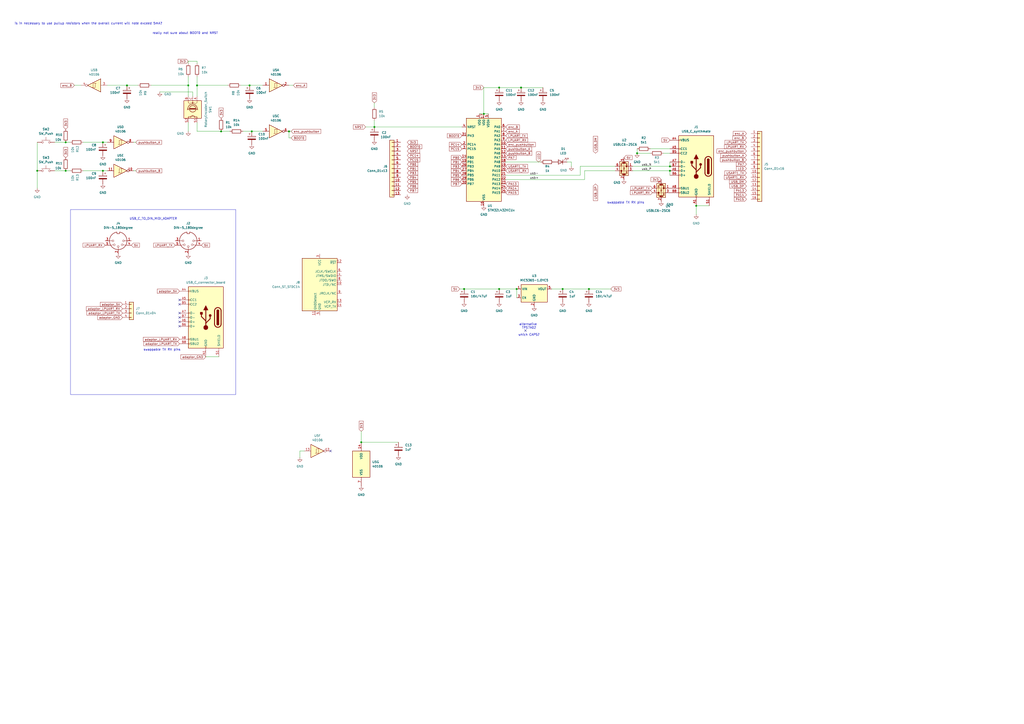
<source format=kicad_sch>
(kicad_sch (version 20250114) (generator "eeschema") (generator_version "9.0")
  (paper "A2")
  (rectangle (start 40.894 121.539) (end 136.779 228.854))
  (text "really not sure about BOOT0 and NRST\n\n" (at 107.442 20.32 0) (effects (font (size 1.27 1.27))))
  (text "swappable TX RX pins\n" (at 93.98 202.946 0) (effects (font (size 1.27 1.27))))
  (text "alternative \nTPS7A02\n\nwhich CAPS?\n" (at 306.832 191.262 0) (effects (font (size 1.27 1.27))))
  (text "is in necessary to use pullup resistors when the overall current will note exceed 5mA?\n" (at 51.308 13.716 0) (effects (font (size 1.27 1.27))))
  (text "USB_C_TO_DIN_MIDI_ADAPTER" (at 88.9 127 0) (effects (font (size 1.27 1.27))))
  (text "swappable TX RX pins\n" (at 362.966 117.602 0) (effects (font (size 1.27 1.27))))
  (junction (at 369.57 88.9))
  (junction (at 280.67 66.04))
  (junction (at 388.62 96.52))
  (junction (at 302.26 50.8))
  (junction (at 146.05 76.2))
  (junction (at 59.69 99.06))
  (junction (at 326.39 167.64))
  (junction (at 289.56 167.64))
  (junction (at 217.17 73.66))
  (junction (at 73.66 49.53))
  (junction (at 388.62 99.06))
  (junction (at 167.64 76.2))
  (junction (at 38.1 99.06))
  (junction (at 403.86 119.38))
  (junction (at 109.22 49.53))
  (junction (at 38.1 82.55))
  (junction (at 144.78 49.53))
  (junction (at 299.72 167.64))
  (junction (at 21.59 99.06))
  (junction (at 209.55 256.54))
  (junction (at 341.63 167.64))
  (junction (at 114.3 49.53))
  (junction (at 269.24 167.64))
  (junction (at 128.27 76.2))
  (junction (at 289.56 50.8))
  (junction (at 59.69 82.55))
  (no_connect (at 104.14 186.69))
  (no_connect (at 104.14 181.61))
  (no_connect (at 104.14 184.15))
  (no_connect (at 191.77 261.62))
  (no_connect (at 104.14 189.23))
  (no_connect (at 304.8 191.77))
  (no_connect (at 104.14 173.99))
  (no_connect (at 104.14 176.53))
  (wire (pts (xy 21.59 82.55) (xy 21.59 99.06)))
  (wire (pts (xy 114.3 49.53) (xy 114.3 55.88)))
  (wire (pts (xy 173.99 261.62) (xy 176.53 261.62)))
  (wire (pts (xy 21.59 99.06) (xy 21.59 109.22)))
  (wire (pts (xy 114.3 35.56) (xy 114.3 36.83)))
  (wire (pts (xy 269.24 167.64) (xy 289.56 167.64)))
  (wire (pts (xy 111.76 55.88) (xy 111.76 53.34)))
  (wire (pts (xy 146.05 76.2) (xy 140.97 76.2)))
  (wire (pts (xy 293.37 104.14) (xy 339.09 104.14)))
  (wire (pts (xy 388.62 93.98) (xy 388.62 96.52)))
  (wire (pts (xy 217.17 59.69) (xy 217.17 62.23)))
  (wire (pts (xy 109.22 44.45) (xy 109.22 49.53)))
  (wire (pts (xy 48.26 99.06) (xy 59.69 99.06)))
  (wire (pts (xy 114.3 44.45) (xy 114.3 49.53)))
  (wire (pts (xy 48.26 82.55) (xy 59.69 82.55)))
  (wire (pts (xy 128.27 76.2) (xy 133.35 76.2)))
  (wire (pts (xy 217.17 69.85) (xy 217.17 73.66)))
  (wire (pts (xy 377.19 88.9) (xy 369.57 88.9)))
  (wire (pts (xy 87.63 49.53) (xy 109.22 49.53)))
  (wire (pts (xy 293.37 93.98) (xy 313.69 93.98)))
  (wire (pts (xy 302.26 50.8) (xy 314.96 50.8)))
  (wire (pts (xy 388.62 99.06) (xy 388.62 101.6)))
  (wire (pts (xy 167.64 76.2) (xy 168.91 76.2)))
  (wire (pts (xy 328.93 93.98) (xy 331.47 93.98)))
  (wire (pts (xy 209.55 256.54) (xy 231.14 256.54)))
  (wire (pts (xy 403.86 119.38) (xy 411.48 119.38)))
  (wire (pts (xy 339.09 99.06) (xy 356.87 99.06)))
  (wire (pts (xy 40.64 99.06) (xy 38.1 99.06)))
  (wire (pts (xy 62.23 99.06) (xy 59.69 99.06)))
  (wire (pts (xy 111.76 53.34) (xy 92.71 53.34)))
  (wire (pts (xy 73.66 49.53) (xy 80.01 49.53)))
  (wire (pts (xy 384.81 88.9) (xy 388.62 88.9)))
  (wire (pts (xy 38.1 99.06) (xy 31.75 99.06)))
  (wire (pts (xy 336.55 101.6) (xy 336.55 96.52)))
  (wire (pts (xy 341.63 167.64) (xy 354.33 167.64)))
  (wire (pts (xy 43.18 49.53) (xy 46.99 49.53)))
  (wire (pts (xy 62.23 49.53) (xy 73.66 49.53)))
  (wire (pts (xy 280.67 66.04) (xy 283.21 66.04)))
  (wire (pts (xy 109.22 35.56) (xy 114.3 35.56)))
  (wire (pts (xy 293.37 101.6) (xy 336.55 101.6)))
  (wire (pts (xy 78.74 82.55) (xy 77.47 82.55)))
  (wire (pts (xy 212.09 73.66) (xy 217.17 73.66)))
  (wire (pts (xy 320.04 167.64) (xy 326.39 167.64)))
  (wire (pts (xy 339.09 104.14) (xy 339.09 99.06)))
  (wire (pts (xy 144.78 49.53) (xy 139.7 49.53)))
  (wire (pts (xy 109.22 76.2) (xy 109.22 71.12)))
  (wire (pts (xy 114.3 76.2) (xy 128.27 76.2)))
  (wire (pts (xy 367.03 99.06) (xy 388.62 99.06)))
  (wire (pts (xy 280.67 50.8) (xy 289.56 50.8)))
  (wire (pts (xy 59.69 82.55) (xy 62.23 82.55)))
  (wire (pts (xy 38.1 82.55) (xy 40.64 82.55)))
  (wire (pts (xy 266.7 167.64) (xy 269.24 167.64)))
  (wire (pts (xy 403.86 124.46) (xy 403.86 119.38)))
  (wire (pts (xy 217.17 73.66) (xy 267.97 73.66)))
  (wire (pts (xy 299.72 167.64) (xy 299.72 172.72)))
  (wire (pts (xy 377.19 86.36) (xy 388.62 86.36)))
  (wire (pts (xy 167.64 76.2) (xy 167.64 80.01)))
  (wire (pts (xy 119.38 207.01) (xy 127 207.01)))
  (wire (pts (xy 289.56 167.64) (xy 299.72 167.64)))
  (wire (pts (xy 109.22 49.53) (xy 109.22 55.88)))
  (wire (pts (xy 109.22 36.83) (xy 109.22 35.56)))
  (wire (pts (xy 38.1 82.55) (xy 31.75 82.55)))
  (wire (pts (xy 278.13 66.04) (xy 280.67 66.04)))
  (wire (pts (xy 336.55 96.52) (xy 356.87 96.52)))
  (wire (pts (xy 170.18 49.53) (xy 167.64 49.53)))
  (wire (pts (xy 289.56 50.8) (xy 302.26 50.8)))
  (wire (pts (xy 114.3 71.12) (xy 114.3 76.2)))
  (wire (pts (xy 144.78 49.53) (xy 152.4 49.53)))
  (wire (pts (xy 167.64 80.01) (xy 168.91 80.01)))
  (wire (pts (xy 369.57 88.9) (xy 369.57 86.36)))
  (wire (pts (xy 280.67 66.04) (xy 280.67 50.8)))
  (wire (pts (xy 209.55 250.19) (xy 209.55 256.54)))
  (wire (pts (xy 146.05 76.2) (xy 152.4 76.2)))
  (wire (pts (xy 78.74 99.06) (xy 77.47 99.06)))
  (wire (pts (xy 331.47 93.98) (xy 331.47 96.52)))
  (wire (pts (xy 367.03 96.52) (xy 388.62 96.52)))
  (wire (pts (xy 173.99 265.43) (xy 173.99 261.62)))
  (wire (pts (xy 326.39 167.64) (xy 341.63 167.64)))
  (wire (pts (xy 114.3 49.53) (xy 132.08 49.53)))
  (label "usb+" (at 307.34 104.14 0))
  (label "usb_N" (at 372.11 96.52 0))
  (label "usb_P" (at 372.11 99.06 0))
  (label "usb-" (at 307.34 101.6 0))
  (global_label "pushbutton_B" (shape input) (at 433.07 92.71 180) (property "Intersheetrefs" "${INTERSHEET_REFS}" (effects (hide yes))))
  (global_label "PB1" (shape input) (at 236.22 97.79 0) (property "Intersheetrefs" "${INTERSHEET_REFS}" (effects (hide yes))))
  (global_label "LED" (shape input) (at 433.07 97.79 180) (property "Intersheetrefs" "${INTERSHEET_REFS}" (effects (hide yes))))
  (global_label "LED" (shape input) (at 312.42 93.98 90) (property "Intersheetrefs" "${INTERSHEET_REFS}" (effects (hide yes))))
  (global_label "3V3" (shape input) (at 109.22 35.56 180) (property "Intersheetrefs" "${INTERSHEET_REFS}" (effects (hide yes))))
  (global_label "PA7" (shape input) (at 433.07 95.25 180) (property "Intersheetrefs" "${INTERSHEET_REFS}" (effects (hide yes))))
  (global_label "5V" (shape input) (at 76.2 142.24 0) (property "Intersheetrefs" "${INTERSHEET_REFS}" (effects (hide yes))))
  (global_label "pushbutton_A" (shape input) (at 433.07 90.17 180) (property "Intersheetrefs" "${INTERSHEET_REFS}" (effects (hide yes))))
  (global_label "PB1" (shape input) (at 267.97 93.98 180) (property "Intersheetrefs" "${INTERSHEET_REFS}" (effects (hide yes))))
  (global_label "PB5" (shape input) (at 236.22 105.41 0) (property "Intersheetrefs" "${INTERSHEET_REFS}" (effects (hide yes))))
  (global_label "LPUART_RX" (shape input) (at 378.46 111.76 180) (property "Intersheetrefs" "${INTERSHEET_REFS}" (effects (hide yes))))
  (global_label "enc_pushbutton" (shape input) (at 168.91 76.2 0) (property "Intersheetrefs" "${INTERSHEET_REFS}" (effects (hide yes))))
  (global_label "3V3" (shape input) (at 128.27 68.58 90) (property "Intersheetrefs" "${INTERSHEET_REFS}" (effects (hide yes))))
  (global_label "NRST" (shape input) (at 236.22 87.63 0) (property "Intersheetrefs" "${INTERSHEET_REFS}" (effects (hide yes))))
  (global_label "PC15" (shape input) (at 267.97 86.36 180) (property "Intersheetrefs" "${INTERSHEET_REFS}" (effects (hide yes))))
  (global_label "PB3" (shape input) (at 267.97 96.52 180) (property "Intersheetrefs" "${INTERSHEET_REFS}" (effects (hide yes))))
  (global_label "LPUART_TX" (shape input) (at 293.37 78.74 0) (property "Intersheetrefs" "${INTERSHEET_REFS}" (effects (hide yes))))
  (global_label "adaptor_5V" (shape input) (at 104.14 168.91 180) (property "Intersheetrefs" "${INTERSHEET_REFS}" (effects (hide yes))))
  (global_label "adaptor_LPUART_RX" (shape input) (at 104.14 196.85 180) (property "Intersheetrefs" "${INTERSHEET_REFS}" (effects (hide yes))))
  (global_label "BOOT0" (shape input) (at 236.22 85.09 0) (property "Intersheetrefs" "${INTERSHEET_REFS}" (effects (hide yes))))
  (global_label "USB_DP" (shape input) (at 345.44 106.68 270) (property "Intersheetrefs" "${INTERSHEET_REFS}" (effects (hide yes))))
  (global_label "enc_B" (shape input) (at 43.18 49.53 180) (property "Intersheetrefs" "${INTERSHEET_REFS}" (effects (hide yes))))
  (global_label "enc_pushbutton" (shape input) (at 293.37 83.82 0) (property "Intersheetrefs" "${INTERSHEET_REFS}" (effects (hide yes))))
  (global_label "BOOT0" (shape input) (at 267.97 78.74 180) (property "Intersheetrefs" "${INTERSHEET_REFS}" (effects (hide yes))))
  (global_label "PB4" (shape input) (at 267.97 99.06 180) (property "Intersheetrefs" "${INTERSHEET_REFS}" (effects (hide yes))))
  (global_label "PA13" (shape input) (at 433.07 110.49 180) (property "Intersheetrefs" "${INTERSHEET_REFS}" (effects (hide yes))))
  (global_label "BOOT0" (shape input) (at 168.91 80.01 0) (property "Intersheetrefs" "${INTERSHEET_REFS}" (effects (hide yes))))
  (global_label "PA15" (shape input) (at 433.07 115.57 180) (property "Intersheetrefs" "${INTERSHEET_REFS}" (effects (hide yes))))
  (global_label "adaptor_GND" (shape input) (at 71.12 184.15 180) (property "Intersheetrefs" "${INTERSHEET_REFS}" (effects (hide yes))))
  (global_label "LPUART_TX" (shape input) (at 101.6 142.24 180) (property "Intersheetrefs" "${INTERSHEET_REFS}" (effects (hide yes))))
  (global_label "PC14" (shape input) (at 267.97 83.82 180) (property "Intersheetrefs" "${INTERSHEET_REFS}" (effects (hide yes))))
  (global_label "PB0" (shape input) (at 267.97 91.44 180) (property "Intersheetrefs" "${INTERSHEET_REFS}" (effects (hide yes))))
  (global_label "5V" (shape input) (at 116.84 142.24 0) (property "Intersheetrefs" "${INTERSHEET_REFS}" (effects (hide yes))))
  (global_label "adaptor_LPUART_TX" (shape input) (at 71.12 181.61 180) (property "Intersheetrefs" "${INTERSHEET_REFS}" (effects (hide yes))))
  (global_label "3V3" (shape input) (at 354.33 167.64 0) (property "Intersheetrefs" "${INTERSHEET_REFS}" (effects (hide yes))))
  (global_label "LPUART_TX" (shape input) (at 378.46 109.22 180) (property "Intersheetrefs" "${INTERSHEET_REFS}" (effects (hide yes))))
  (global_label "3V3" (shape input) (at 217.17 59.69 90) (property "Intersheetrefs" "${INTERSHEET_REFS}" (effects (hide yes))))
  (global_label "PB0" (shape input) (at 236.22 95.25 0) (property "Intersheetrefs" "${INTERSHEET_REFS}" (effects (hide yes))))
  (global_label "PA13" (shape input) (at 293.37 106.68 0) (property "Intersheetrefs" "${INTERSHEET_REFS}" (effects (hide yes))))
  (global_label "USART1_RX" (shape input) (at 433.07 102.87 180) (property "Intersheetrefs" "${INTERSHEET_REFS}" (effects (hide yes))))
  (global_label "enc_B" (shape input) (at 293.37 73.66 0) (property "Intersheetrefs" "${INTERSHEET_REFS}" (effects (hide yes))))
  (global_label "USB_DM" (shape input) (at 433.07 105.41 180) (property "Intersheetrefs" "${INTERSHEET_REFS}" (effects (hide yes))))
  (global_label "LPUART_RX" (shape input) (at 293.37 81.28 0) (property "Intersheetrefs" "${INTERSHEET_REFS}" (effects (hide yes))))
  (global_label "USART1_RX" (shape input) (at 293.37 99.06 0) (property "Intersheetrefs" "${INTERSHEET_REFS}" (effects (hide yes))))
  (global_label "pushbutton_A" (shape input) (at 78.74 82.55 0) (property "Intersheetrefs" "${INTERSHEET_REFS}" (effects (hide yes))))
  (global_label "NRST" (shape input) (at 212.09 73.66 180) (property "Intersheetrefs" "${INTERSHEET_REFS}" (effects (hide yes))))
  (global_label "pushbutton_A" (shape input) (at 293.37 86.36 0) (property "Intersheetrefs" "${INTERSHEET_REFS}" (effects (hide yes))))
  (global_label "pushbutton_B" (shape input) (at 293.37 88.9 0) (property "Intersheetrefs" "${INTERSHEET_REFS}" (effects (hide yes))))
  (global_label "LPUART_RX" (shape input) (at 60.96 142.24 180) (property "Intersheetrefs" "${INTERSHEET_REFS}" (effects (hide yes))))
  (global_label "enc_A" (shape input) (at 293.37 76.2 0) (property "Intersheetrefs" "${INTERSHEET_REFS}" (effects (hide yes))))
  (global_label "5V" (shape input) (at 361.95 91.44 0) (property "Intersheetrefs" "${INTERSHEET_REFS}" (effects (hide yes))))
  (global_label "enc_A" (shape input) (at 170.18 49.53 0) (property "Intersheetrefs" "${INTERSHEET_REFS}" (effects (hide yes))))
  (global_label "PB4" (shape input) (at 236.22 102.87 0) (property "Intersheetrefs" "${INTERSHEET_REFS}" (effects (hide yes))))
  (global_label "PA7" (shape input) (at 293.37 91.44 0) (property "Intersheetrefs" "${INTERSHEET_REFS}" (effects (hide yes))))
  (global_label "USART1_TX" (shape input) (at 293.37 96.52 0) (property "Intersheetrefs" "${INTERSHEET_REFS}" (effects (hide yes))))
  (global_label "PC15" (shape input) (at 236.22 92.71 0) (property "Intersheetrefs" "${INTERSHEET_REFS}" (effects (hide yes))))
  (global_label "enc_pushbutton" (shape input) (at 433.07 87.63 180) (property "Intersheetrefs" "${INTERSHEET_REFS}" (effects (hide yes))))
  (global_label "PA14" (shape input) (at 293.37 109.22 0) (property "Intersheetrefs" "${INTERSHEET_REFS}" (effects (hide yes))))
  (global_label "adaptor_LPUART_TX" (shape input) (at 104.14 199.39 180) (property "Intersheetrefs" "${INTERSHEET_REFS}" (effects (hide yes))))
  (global_label "5V" (shape input) (at 388.62 81.28 180) (property "Intersheetrefs" "${INTERSHEET_REFS}" (effects (hide yes))))
  (global_label "5V" (shape input) (at 266.7 167.64 180) (property "Intersheetrefs" "${INTERSHEET_REFS}" (effects (hide yes))))
  (global_label "PA15" (shape input) (at 293.37 111.76 0) (property "Intersheetrefs" "${INTERSHEET_REFS}" (effects (hide yes))))
  (global_label "adaptor_GND" (shape input) (at 119.38 207.01 180) (property "Intersheetrefs" "${INTERSHEET_REFS}" (effects (hide yes))))
  (global_label "PB5" (shape input) (at 267.97 101.6 180) (property "Intersheetrefs" "${INTERSHEET_REFS}" (effects (hide yes))))
  (global_label "USB_DM" (shape input) (at 345.44 88.9 90) (property "Intersheetrefs" "${INTERSHEET_REFS}" (effects (hide yes))))
  (global_label "PB6" (shape input) (at 236.22 107.95 0) (property "Intersheetrefs" "${INTERSHEET_REFS}" (effects (hide yes))))
  (global_label "PB3" (shape input) (at 236.22 100.33 0) (property "Intersheetrefs" "${INTERSHEET_REFS}" (effects (hide yes))))
  (global_label "USB_DP" (shape input) (at 433.07 107.95 180) (property "Intersheetrefs" "${INTERSHEET_REFS}" (effects (hide yes))))
  (global_label "PB6" (shape input) (at 267.97 104.14 180) (property "Intersheetrefs" "${INTERSHEET_REFS}" (effects (hide yes))))
  (global_label "enc_A" (shape input) (at 433.07 77.47 180) (property "Intersheetrefs" "${INTERSHEET_REFS}" (effects (hide yes))))
  (global_label "3V3" (shape input) (at 209.55 250.19 90) (property "Intersheetrefs" "${INTERSHEET_REFS}" (effects (hide yes))))
  (global_label "LPUART_RX" (shape input) (at 433.07 85.09 180) (property "Intersheetrefs" "${INTERSHEET_REFS}" (effects (hide yes))))
  (global_label "PB7" (shape input) (at 267.97 106.68 180) (property "Intersheetrefs" "${INTERSHEET_REFS}" (effects (hide yes))))
  (global_label "3V3" (shape input) (at 383.54 104.14 180) (property "Intersheetrefs" "${INTERSHEET_REFS}" (effects (hide yes))))
  (global_label "enc_B" (shape input) (at 433.07 80.01 180) (property "Intersheetrefs" "${INTERSHEET_REFS}" (effects (hide yes))))
  (global_label "PA14" (shape input) (at 433.07 113.03 180) (property "Intersheetrefs" "${INTERSHEET_REFS}" (effects (hide yes))))
  (global_label "PB7" (shape input) (at 236.22 110.49 0) (property "Intersheetrefs" "${INTERSHEET_REFS}" (effects (hide yes))))
  (global_label "adaptor_LPUART_RX" (shape input) (at 71.12 179.07 180) (property "Intersheetrefs" "${INTERSHEET_REFS}" (effects (hide yes))))
  (global_label "3V3" (shape input) (at 38.1 74.93 90) (property "Intersheetrefs" "${INTERSHEET_REFS}" (effects (hide yes))))
  (global_label "USART1_TX" (shape input) (at 433.07 100.33 180) (property "Intersheetrefs" "${INTERSHEET_REFS}" (effects (hide yes))))
  (global_label "PC14" (shape input) (at 236.22 90.17 0) (property "Intersheetrefs" "${INTERSHEET_REFS}" (effects (hide yes))))
  (global_label "3V3" (shape input) (at 236.22 82.55 0) (property "Intersheetrefs" "${INTERSHEET_REFS}" (effects (hide yes))))
  (global_label "pushbutton_B" (shape input) (at 78.74 99.06 0) (property "Intersheetrefs" "${INTERSHEET_REFS}" (effects (hide yes))))
  (global_label "3V3" (shape input) (at 38.1 91.44 90) (property "Intersheetrefs" "${INTERSHEET_REFS}" (effects (hide yes))))
  (global_label "adaptor_5V" (shape input) (at 71.12 176.53 180) (property "Intersheetrefs" "${INTERSHEET_REFS}" (effects (hide yes))))
  (global_label "3V3" (shape input) (at 280.67 50.8 180) (property "Intersheetrefs" "${INTERSHEET_REFS}" (effects (hide yes))))
  (global_label "LPUART_TX" (shape input) (at 433.07 82.55 180) (property "Intersheetrefs" "${INTERSHEET_REFS}" (effects (hide yes))))
  (symbol (lib_id "Device:C_Polarized") (at 289.56 54.61 0) (unit 1)
    (property "Reference" "C11" (at 293.37 52.4509 0) (effects (justify left)))
    (property "Value" "100nF" (at 293.37 54.9909 0) (effects (justify left)))
    (property "Footprint" "Capacitor_SMD:C_0603_1608Metric_Pad1.08x0.95mm_HandSolder" (effects (hide yes)))
    (property "Description" "Polarized capacitor" (effects (hide yes)))
  )
  (symbol (lib_id "power:GND") (at 341.63 175.26 0) (unit 1)
    (property "Reference" "#PWR029" (effects (hide yes)))
    (property "Value" "GND" (at 341.63 180.34 0))
    (property "Description" "Power symbol creates a global label with name \"GND\" , ground" (effects (hide yes)))
  )
  (symbol (lib_id "Connector_Generic:Conn_01x04") (at 76.2 179.07 0) (unit 1)
    (property "Reference" "J7" (at 78.74 179.0699 0) (effects (justify left)))
    (property "Value" "Conn_01x04" (at 78.74 181.6099 0) (effects (justify left)))
    (property "Footprint" "Connector_PinSocket_2.54mm:PinSocket_1x04_P2.54mm_Vertical" (effects (hide yes)))
    (property "Description" "Generic connector, single row, 01x04, script generated (kicad-library-utils/schlib/autogen/connector/)" (effects (hide yes)))
  )
  (symbol (lib_id "4xxx:40106") (at 209.55 269.24 0) (unit 7)
    (property "Reference" "U5" (at 215.9 267.9699 0) (effects (justify left)))
    (property "Value" "40106" (at 215.9 270.5099 0) (effects (justify left)))
    (property "Footprint" "Package_SO:TSSOP-14_4.4x5mm_P0.65mm" (effects (hide yes)))
    (property "Datasheet" "https://assets.nexperia.com/documents/data-sheet/HEF40106B.pdf" (effects (hide yes)))
    (property "Description" "Hex Schmitt trigger inverter" (effects (hide yes)))
  )
  (symbol (lib_id "power:GND") (at 92.71 53.34 0) (unit 1)
    (property "Reference" "#PWR06" (effects (hide yes)))
    (property "Value" "GND" (at 95.25 54.6099 0) (effects (justify left)))
    (property "Description" "Power symbol creates a global label with name \"GND\" , ground" (effects (hide yes)))
  )
  (symbol (lib_id "power:GND") (at 302.26 58.42 0) (unit 1)
    (property "Reference" "#PWR026" (effects (hide yes)))
    (property "Value" "GND" (at 302.26 63.5 0))
    (property "Description" "Power symbol creates a global label with name \"GND\" , ground" (effects (hide yes)))
  )
  (symbol (lib_id "Device:C_Polarized") (at 302.26 54.61 0) (unit 1)
    (property "Reference" "C12" (at 306.07 52.4509 0) (effects (justify left)))
    (property "Value" "100nF" (at 306.07 54.9909 0) (effects (justify left)))
    (property "Footprint" "Capacitor_SMD:C_0603_1608Metric_Pad1.08x0.95mm_HandSolder" (effects (hide yes)))
    (property "Description" "Polarized capacitor" (effects (hide yes)))
  )
  (symbol (lib_id "Device:C_Polarized") (at 217.17 77.47 0) (unit 1)
    (property "Reference" "C2" (at 221.488 76.962 0) (effects (justify left)))
    (property "Value" "100nF" (at 220.726 79.502 0) (effects (justify left)))
    (property "Footprint" "Capacitor_SMD:C_0603_1608Metric_Pad1.08x0.95mm_HandSolder" (effects (hide yes)))
    (property "Description" "Polarized capacitor" (effects (hide yes)))
  )
  (symbol (lib_id "Device:R") (at 317.5 93.98 90) (unit 1)
    (property "Reference" "R4" (at 317.5 96.52 90))
    (property "Value" "1k" (at 317.5 99.06 90))
    (property "Footprint" "Resistor_SMD:R_0603_1608Metric_Pad0.98x0.95mm_HandSolder" (effects (hide yes)))
    (property "Description" "Resistor" (effects (hide yes)))
  )
  (symbol (lib_id "power:GND") (at 314.96 58.42 0) (unit 1)
    (property "Reference" "#PWR020" (effects (hide yes)))
    (property "Value" "GND" (at 314.96 63.5 0))
    (property "Description" "Power symbol creates a global label with name \"GND\" , ground" (effects (hide yes)))
  )
  (symbol (lib_id "MCU_ST_STM32L4:STM32L432KCUx") (at 280.67 93.98 0) (unit 1)
    (property "Reference" "U1" (at 282.8133 119.38 0) (effects (justify left)))
    (property "Value" "STM32L432KCUx" (at 282.8133 121.92 0) (effects (justify left)))
    (property "Footprint" "Package_DFN_QFN:QFN-32-1EP_5x5mm_P0.5mm_EP3.45x3.45mm" (effects (hide yes)))
    (property "Datasheet" "https://www.st.com/resource/en/datasheet/stm32l432kc.pdf" (effects (hide yes)))
    (property "Description" "STMicroelectronics Arm Cortex-M4 MCU, 256KB flash, 64KB RAM, 80 MHz, 1.71-3.6V, 26 GPIO, UFQFPN32" (effects (hide yes)))
  )
  (symbol (lib_id "power:GND") (at 269.24 175.26 0) (unit 1)
    (property "Reference" "#PWR04" (effects (hide yes)))
    (property "Value" "GND" (at 269.24 180.34 0))
    (property "Description" "Power symbol creates a global label with name \"GND\" , ground" (effects (hide yes)))
  )
  (symbol (lib_id "power:GND") (at 59.69 90.17 0) (mirror y) (unit 1)
    (property "Reference" "#PWR021" (effects (hide yes)))
    (property "Value" "GND" (at 59.69 95.25 0))
    (property "Description" "Power symbol creates a global label with name \"GND\" , ground" (effects (hide yes)))
  )
  (symbol (lib_id "Power_Protection:USBLC6-2SC6") (at 361.95 96.52 0) (mirror y) (unit 1)
    (property "Reference" "U2" (at 363.474 81.28 0) (effects (justify left)))
    (property "Value" "USBLC6-2SC6" (at 369.57 83.82 0) (effects (justify left)))
    (property "Footprint" "Package_TO_SOT_SMD:SOT-23-6" (effects (hide yes)))
    (property "Datasheet" "https://www.st.com/resource/en/datasheet/usblc6-2.pdf" (effects (hide yes)))
    (property "Description" "Very low capacitance ESD protection diode, 2 data-line, SOT-23-6" (effects (hide yes)))
  )
  (symbol (lib_id "Device:R") (at 38.1 95.25 180) (unit 1)
    (property "Reference" "R11" (at 32.258 94.742 0) (effects (justify right)))
    (property "Value" "10k" (at 32.004 97.536 0) (effects (justify right)))
    (property "Footprint" "Resistor_SMD:R_0603_1608Metric_Pad0.98x0.95mm_HandSolder" (effects (hide yes)))
    (property "Description" "Resistor" (effects (hide yes)))
  )
  (symbol (lib_id "power:GND") (at 109.22 76.2 0) (mirror y) (unit 1)
    (property "Reference" "#PWR027" (effects (hide yes)))
    (property "Value" "GND" (at 106.68 77.4699 0) (effects (justify left)))
    (property "Description" "Power symbol creates a global label with name \"GND\" , ground" (effects (hide yes)))
  )
  (symbol (lib_id "power:GND") (at 361.95 104.14 0) (unit 1)
    (property "Reference" "#PWR015" (effects (hide yes)))
    (property "Value" "GND" (at 357.886 105.918 0))
    (property "Description" "Power symbol creates a global label with name \"GND\" , ground" (effects (hide yes)))
  )
  (symbol (lib_id "Device:C_Polarized") (at 341.63 171.45 0) (unit 1)
    (property "Reference" "C14" (at 345.44 169.2909 0) (effects (justify left)))
    (property "Value" "16V/47uF" (at 345.44 171.8309 0) (effects (justify left)))
    (property "Footprint" "Capacitor_SMD:C_1206_3216Metric" (effects (hide yes)))
    (property "Description" "Polarized capacitor" (effects (hide yes)))
  )
  (symbol (lib_id "power:GND") (at 331.47 96.52 0) (unit 1)
    (property "Reference" "#PWR012" (effects (hide yes)))
    (property "Value" "GND" (at 326.898 98.806 0))
    (property "Description" "Power symbol creates a global label with name \"GND\" , ground" (effects (hide yes)))
  )
  (symbol (lib_id "Connector:USB_C_Receptacle_USB2.0_16P") (at 403.86 96.52 0) (mirror y) (unit 1)
    (property "Reference" "J1" (at 403.86 73.66 0))
    (property "Value" "USB_C_synthmate" (at 403.86 76.2 0))
    (property "Footprint" "Connector_USB:USB_C_Receptacle_GCT_USB4105-xx-A_16P_TopMnt_Horizontal" (effects (hide yes)))
    (property "Datasheet" "https://www.usb.org/sites/default/files/documents/usb_type-c.zip" (effects (hide yes)))
    (property "Description" "C2765186" (effects (hide yes)))
  )
  (symbol (lib_id "Device:C_Polarized") (at 314.96 54.61 0) (unit 1)
    (property "Reference" "C5" (at 318.77 52.4509 0) (effects (justify left)))
    (property "Value" "100nF" (at 318.77 54.9909 0) (effects (justify left)))
    (property "Footprint" "Capacitor_SMD:C_0603_1608Metric_Pad1.08x0.95mm_HandSolder" (effects (hide yes)))
    (property "Description" "Polarized capacitor" (effects (hide yes)))
  )
  (symbol (lib_id "power:GND") (at 68.58 147.32 0) (unit 1)
    (property "Reference" "#PWR010" (effects (hide yes)))
    (property "Value" "GND" (at 68.58 152.4 0))
    (property "Description" "Power symbol creates a global label with name \"GND\" , ground" (effects (hide yes)))
  )
  (symbol (lib_id "power:GND") (at 59.69 106.68 0) (mirror y) (unit 1)
    (property "Reference" "#PWR022" (effects (hide yes)))
    (property "Value" "GND" (at 59.69 111.76 0))
    (property "Description" "Power symbol creates a global label with name \"GND\" , ground" (effects (hide yes)))
  )
  (symbol (lib_id "4xxx:40106") (at 69.85 99.06 0) (unit 5)
    (property "Reference" "U5" (at 69.85 90.17 0))
    (property "Value" "40106" (at 69.85 92.71 0))
    (property "Footprint" "Package_SO:TSSOP-14_4.4x5mm_P0.65mm" (effects (hide yes)))
    (property "Datasheet" "https://assets.nexperia.com/documents/data-sheet/HEF40106B.pdf" (effects (hide yes)))
    (property "Description" "Hex Schmitt trigger inverter" (effects (hide yes)))
  )
  (symbol (lib_id "Device:R") (at 137.16 76.2 270) (unit 1)
    (property "Reference" "R14" (at 137.16 69.85 90))
    (property "Value" "10k" (at 137.16 72.39 90))
    (property "Footprint" "Resistor_SMD:R_0603_1608Metric_Pad0.98x0.95mm_HandSolder" (effects (hide yes)))
    (property "Description" "Resistor" (effects (hide yes)))
  )
  (symbol (lib_id "Device:R") (at 128.27 72.39 180) (unit 1)
    (property "Reference" "R1" (at 130.81 71.1199 0) (effects (justify right)))
    (property "Value" "10k" (at 130.81 73.6599 0) (effects (justify right)))
    (property "Footprint" "Resistor_SMD:R_0603_1608Metric_Pad0.98x0.95mm_HandSolder" (effects (hide yes)))
    (property "Description" "Resistor" (effects (hide yes)))
  )
  (symbol (lib_id "Device:R") (at 381 88.9 90) (unit 1)
    (property "Reference" "R3" (at 381 91.44 90))
    (property "Value" "5k1" (at 381 93.98 90))
    (property "Footprint" "Resistor_SMD:R_0603_1608Metric_Pad0.98x0.95mm_HandSolder" (effects (hide yes)))
    (property "Description" "Resistor" (effects (hide yes)))
  )
  (symbol (lib_id "Connector:DIN-5_180degree") (at 109.22 139.7 180) (unit 1)
    (property "Reference" "J2" (at 109.2199 129.54 0))
    (property "Value" "DIN-5_180degree" (at 109.2199 132.08 0))
    (property "Datasheet" "http://www.mouser.com/ds/2/18/40_c091_abd_e-75918.pdf" (effects (hide yes)))
    (property "Description" "5-pin DIN connector (5-pin DIN-5 stereo)" (effects (hide yes)))
  )
  (symbol (lib_id "Connector_Generic:Conn_01x13") (at 227.33 97.79 0) (mirror y) (unit 1)
    (property "Reference" "J6" (at 224.79 96.5199 0) (effects (justify left)))
    (property "Value" "Conn_01x13" (at 224.79 99.0599 0) (effects (justify left)))
    (property "Footprint" "Connector_PinSocket_2.54mm:PinSocket_1x13_P2.54mm_Vertical" (effects (hide yes)))
    (property "Description" "Generic connector, single row, 01x13, script generated (kicad-library-utils/schlib/autogen/connector/)" (effects (hide yes)))
  )
  (symbol (lib_id "Regulator_Linear:MIC5365-1.0YC5") (at 309.88 170.18 0) (unit 1)
    (property "Reference" "U3" (at 309.88 160.02 0))
    (property "Value" "MIC5365-1.0YC5" (at 309.88 162.56 0))
    (property "Footprint" "Package_TO_SOT_SMD:SOT-353_SC-70-5" (effects (hide yes)))
    (property "Datasheet" "https://ww1.microchip.com/downloads/aemDocuments/documents/APID/ProductDocuments/DataSheets/MIC5365-6-High-Performance-Single-150mA-LDO-DS20006605A.pdf" (effects (hide yes)))
    (property "Description" "150mA Low-dropout Voltage Regulator, Vout 1.0V, Vin up to 5.5V, SC-70-5" (effects (hide yes)))
  )
  (symbol (lib_id "Device:C_Polarized") (at 231.14 260.35 0) (unit 1)
    (property "Reference" "C13" (at 234.95 258.1909 0) (effects (justify left)))
    (property "Value" "1uF" (at 234.95 260.7309 0) (effects (justify left)))
    (property "Footprint" "Capacitor_SMD:C_0603_1608Metric_Pad1.08x0.95mm_HandSolder" (effects (hide yes)))
    (property "Description" "Polarized capacitor" (effects (hide yes)))
  )
  (symbol (lib_id "power:GND") (at 326.39 175.26 0) (unit 1)
    (property "Reference" "#PWR019" (effects (hide yes)))
    (property "Value" "GND" (at 326.39 180.34 0))
    (property "Description" "Power symbol creates a global label with name \"GND\" , ground" (effects (hide yes)))
  )
  (symbol (lib_id "power:GND") (at 236.22 113.03 0) (unit 1)
    (property "Reference" "#PWR014" (effects (hide yes)))
    (property "Value" "GND" (at 236.22 118.11 0))
    (property "Description" "Power symbol creates a global label with name \"GND\" , ground" (effects (hide yes)))
  )
  (symbol (lib_id "Device:R") (at 114.3 40.64 180) (unit 1)
    (property "Reference" "R7" (at 116.84 39.3699 0) (effects (justify right)))
    (property "Value" "10k" (at 116.84 41.9099 0) (effects (justify right)))
    (property "Footprint" "Resistor_SMD:R_0603_1608Metric_Pad0.98x0.95mm_HandSolder" (effects (hide yes)))
    (property "Description" "Resistor" (effects (hide yes)))
  )
  (symbol (lib_id "Device:R") (at 44.45 82.55 90) (mirror x) (unit 1)
    (property "Reference" "R12" (at 44.958 88.392 0) (effects (justify right)))
    (property "Value" "10k" (at 42.164 88.646 0) (effects (justify right)))
    (property "Footprint" "Resistor_SMD:R_0603_1608Metric_Pad0.98x0.95mm_HandSolder" (effects (hide yes)))
    (property "Description" "Resistor" (effects (hide yes)))
  )
  (symbol (lib_id "4xxx:40106") (at 54.61 49.53 180) (unit 2)
    (property "Reference" "U5" (at 54.61 40.64 0))
    (property "Value" "40106" (at 54.61 43.18 0))
    (property "Footprint" "Package_SO:TSSOP-14_4.4x5mm_P0.65mm" (effects (hide yes)))
    (property "Datasheet" "https://assets.nexperia.com/documents/data-sheet/HEF40106B.pdf" (effects (hide yes)))
    (property "Description" "Hex Schmitt trigger inverter" (effects (hide yes)))
  )
  (symbol (lib_id "4xxx:40106") (at 160.02 76.2 0) (unit 3)
    (property "Reference" "U5" (at 160.02 67.31 0))
    (property "Value" "40106" (at 160.02 69.85 0))
    (property "Footprint" "Package_SO:TSSOP-14_4.4x5mm_P0.65mm" (effects (hide yes)))
    (property "Datasheet" "https://assets.nexperia.com/documents/data-sheet/HEF40106B.pdf" (effects (hide yes)))
    (property "Description" "Hex Schmitt trigger inverter" (effects (hide yes)))
  )
  (symbol (lib_id "4xxx:40106") (at 184.15 261.62 0) (unit 6)
    (property "Reference" "U5" (at 184.15 252.73 0))
    (property "Value" "40106" (at 184.15 255.27 0))
    (property "Footprint" "Package_SO:TSSOP-14_4.4x5mm_P0.65mm" (effects (hide yes)))
    (property "Datasheet" "https://assets.nexperia.com/documents/data-sheet/HEF40106B.pdf" (effects (hide yes)))
    (property "Description" "Hex Schmitt trigger inverter" (effects (hide yes)))
  )
  (symbol (lib_id "power:GND") (at 369.57 88.9 0) (unit 1)
    (property "Reference" "#PWR08" (effects (hide yes)))
    (property "Value" "GND" (at 369.57 93.98 0))
    (property "Description" "Power symbol creates a global label with name \"GND\" , ground" (effects (hide yes)))
  )
  (symbol (lib_id "power:GND") (at 109.22 147.32 0) (unit 1)
    (property "Reference" "#PWR011" (effects (hide yes)))
    (property "Value" "GND" (at 109.22 152.4 0))
    (property "Description" "Power symbol creates a global label with name \"GND\" , ground" (effects (hide yes)))
  )
  (symbol (lib_id "Device:R") (at 217.17 66.04 180) (unit 1)
    (property "Reference" "R5" (at 219.71 64.7699 0) (effects (justify right)))
    (property "Value" "10k" (at 219.71 67.3099 0) (effects (justify right)))
    (property "Footprint" "Resistor_SMD:R_0603_1608Metric_Pad0.98x0.95mm_HandSolder" (effects (hide yes)))
    (property "Description" "Resistor" (effects (hide yes)))
  )
  (symbol (lib_id "Switch:SW_Push") (at 26.67 82.55 0) (unit 1)
    (property "Reference" "SW2" (at 26.67 74.93 0))
    (property "Value" "SW_Push" (at 26.67 77.47 0))
    (property "Footprint" "Button_Switch_THT:SW_TH_Tactile_Omron_B3F-10xx" (effects (hide yes)))
    (property "Description" "Push button switch, generic, two pins" (effects (hide yes)))
  )
  (symbol (lib_id "power:GND") (at 146.05 83.82 0) (unit 1)
    (property "Reference" "#PWR023" (effects (hide yes)))
    (property "Value" "GND" (at 146.05 88.9 0))
    (property "Description" "Power symbol creates a global label with name \"GND\" , ground" (effects (hide yes)))
  )
  (symbol (lib_id "Connector_Generic:Conn_01x16") (at 440.69 95.25 0) (unit 1)
    (property "Reference" "J5" (at 443.23 95.2499 0) (effects (justify left)))
    (property "Value" "Conn_01x16" (at 443.23 97.7899 0) (effects (justify left)))
    (property "Footprint" "Connector_PinSocket_2.54mm:PinSocket_1x15_P2.54mm_Vertical" (effects (hide yes)))
    (property "Description" "Generic connector, single row, 01x16, script generated (kicad-library-utils/schlib/autogen/connector/)" (effects (hide yes)))
  )
  (symbol (lib_id "Device:C_Polarized") (at 289.56 171.45 0) (unit 1)
    (property "Reference" "C3" (at 293.37 169.2909 0) (effects (justify left)))
    (property "Value" "1uF" (at 293.37 171.8309 0) (effects (justify left)))
    (property "Footprint" "Capacitor_SMD:C_0603_1608Metric_Pad1.08x0.95mm_HandSolder" (effects (hide yes)))
    (property "Description" "Polarized capacitor" (effects (hide yes)))
  )
  (symbol (lib_id "Device:R") (at 135.89 49.53 270) (unit 1)
    (property "Reference" "R8" (at 135.382 55.372 0) (effects (justify right)))
    (property "Value" "10k" (at 138.176 55.626 0) (effects (justify right)))
    (property "Footprint" "Resistor_SMD:R_0603_1608Metric_Pad0.98x0.95mm_HandSolder" (effects (hide yes)))
    (property "Description" "Resistor" (effects (hide yes)))
  )
  (symbol (lib_id "4xxx:40106") (at 160.02 49.53 0) (unit 1)
    (property "Reference" "U5" (at 160.02 40.64 0))
    (property "Value" "40106" (at 160.02 43.18 0))
    (property "Footprint" "Package_SO:TSSOP-14_4.4x5mm_P0.65mm" (effects (hide yes)))
    (property "Datasheet" "https://assets.nexperia.com/documents/data-sheet/HEF40106B.pdf" (effects (hide yes)))
    (property "Description" "Hex Schmitt trigger inverter" (effects (hide yes)))
  )
  (symbol (lib_id "Device:R") (at 109.22 40.64 180) (unit 1)
    (property "Reference" "R6" (at 103.378 40.132 0) (effects (justify right)))
    (property "Value" "10k" (at 103.124 42.926 0) (effects (justify right)))
    (property "Footprint" "Resistor_SMD:R_0603_1608Metric_Pad0.98x0.95mm_HandSolder" (effects (hide yes)))
    (property "Description" "Resistor" (effects (hide yes)))
  )
  (symbol (lib_id "power:GND") (at 144.78 57.15 0) (unit 1)
    (property "Reference" "#PWR017" (effects (hide yes)))
    (property "Value" "GND" (at 144.78 62.23 0))
    (property "Description" "Power symbol creates a global label with name \"GND\" , ground" (effects (hide yes)))
  )
  (symbol (lib_id "power:GND") (at 73.66 57.15 0) (mirror y) (unit 1)
    (property "Reference" "#PWR018" (effects (hide yes)))
    (property "Value" "GND" (at 73.66 62.23 0))
    (property "Description" "Power symbol creates a global label with name \"GND\" , ground" (effects (hide yes)))
  )
  (symbol (lib_id "power:GND") (at 403.86 124.46 0) (unit 1)
    (property "Reference" "#PWR01" (effects (hide yes)))
    (property "Value" "GND" (at 403.86 129.54 0))
    (property "Description" "Power symbol creates a global label with name \"GND\" , ground" (effects (hide yes)))
  )
  (symbol (lib_id "Device:RotaryEncoder_Switch") (at 111.76 63.5 270) (unit 1)
    (property "Reference" "SW1" (at 121.92 63.5 0))
    (property "Value" "RotaryEncoder_Switch" (at 119.38 63.5 0))
    (property "Footprint" "Rotary_Encoder:RotaryEncoder_Bourns_Vertical_PEC12R-3x17F-Sxxxx" (effects (hide yes)))
    (property "Description" "Rotary encoder, dual channel, incremental quadrate outputs, with switch" (effects (hide yes)))
  )
  (symbol (lib_id "power:GND") (at 217.17 81.28 0) (unit 1)
    (property "Reference" "#PWR05" (effects (hide yes)))
    (property "Value" "GND" (at 217.17 86.36 0))
    (property "Description" "Power symbol creates a global label with name \"GND\" , ground" (effects (hide yes)))
  )
  (symbol (lib_id "Device:C_Polarized") (at 59.69 102.87 0) (mirror y) (unit 1)
    (property "Reference" "C9" (at 55.88 100.7109 0) (effects (justify left)))
    (property "Value" "100nF" (at 55.88 103.2509 0) (effects (justify left)))
    (property "Footprint" "Capacitor_SMD:C_0603_1608Metric_Pad1.08x0.95mm_HandSolder" (effects (hide yes)))
    (property "Description" "Polarized capacitor" (effects (hide yes)))
  )
  (symbol (lib_id "power:GND") (at 21.59 109.22 0) (unit 1)
    (property "Reference" "#PWR07" (effects (hide yes)))
    (property "Value" "GND" (at 21.59 114.3 0))
    (property "Description" "Power symbol creates a global label with name \"GND\" , ground" (effects (hide yes)))
  )
  (symbol (lib_id "Device:C_Polarized") (at 269.24 171.45 0) (unit 1)
    (property "Reference" "C1" (at 273.05 169.2909 0) (effects (justify left)))
    (property "Value" "16V/47uF" (at 273.05 171.8309 0) (effects (justify left)))
    (property "Footprint" "Capacitor_SMD:C_1206_3216Metric" (effects (hide yes)))
    (property "Description" "Polarized capacitor" (effects (hide yes)))
  )
  (symbol (lib_id "Power_Protection:USBLC6-2SC6") (at 383.54 109.22 0) (mirror y) (unit 1)
    (property "Reference" "U4" (at 388.874 119.634 0) (effects (justify left)))
    (property "Value" "USBLC6-2SC6" (at 388.874 122.174 0) (effects (justify left)))
    (property "Footprint" "Package_TO_SOT_SMD:SOT-23-6" (effects (hide yes)))
    (property "Datasheet" "https://www.st.com/resource/en/datasheet/usblc6-2.pdf" (effects (hide yes)))
    (property "Description" "Very low capacitance ESD protection diode, 2 data-line, SOT-23-6" (effects (hide yes)))
  )
  (symbol (lib_id "Device:R") (at 38.1 78.74 180) (unit 1)
    (property "Reference" "R10" (at 32.258 78.232 0) (effects (justify right)))
    (property "Value" "10k" (at 32.004 81.026 0) (effects (justify right)))
    (property "Footprint" "Resistor_SMD:R_0603_1608Metric_Pad0.98x0.95mm_HandSolder" (effects (hide yes)))
    (property "Description" "Resistor" (effects (hide yes)))
  )
  (symbol (lib_id "power:GND") (at 289.56 58.42 0) (unit 1)
    (property "Reference" "#PWR025" (effects (hide yes)))
    (property "Value" "GND" (at 289.56 63.5 0))
    (property "Description" "Power symbol creates a global label with name \"GND\" , ground" (effects (hide yes)))
  )
  (symbol (lib_id "Device:R") (at 373.38 86.36 90) (unit 1)
    (property "Reference" "R2" (at 373.38 80.01 90))
    (property "Value" "5k1" (at 373.38 82.55 90))
    (property "Footprint" "Resistor_SMD:R_0603_1608Metric_Pad0.98x0.95mm_HandSolder" (effects (hide yes)))
    (property "Description" "Resistor" (effects (hide yes)))
  )
  (symbol (lib_id "power:GND") (at 231.14 264.16 0) (unit 1)
    (property "Reference" "#PWR028" (effects (hide yes)))
    (property "Value" "GND" (at 231.14 269.24 0))
    (property "Description" "Power symbol creates a global label with name \"GND\" , ground" (effects (hide yes)))
  )
  (symbol (lib_id "power:GND") (at 289.56 175.26 0) (unit 1)
    (property "Reference" "#PWR013" (effects (hide yes)))
    (property "Value" "GND" (at 289.56 180.34 0))
    (property "Description" "Power symbol creates a global label with name \"GND\" , ground" (effects (hide yes)))
  )
  (symbol (lib_id "power:GND") (at 280.67 119.38 0) (unit 1)
    (property "Reference" "#PWR02" (effects (hide yes)))
    (property "Value" "GND" (at 280.67 124.46 0))
    (property "Description" "Power symbol creates a global label with name \"GND\" , ground" (effects (hide yes)))
  )
  (symbol (lib_id "power:GND") (at 209.55 281.94 0) (unit 1)
    (property "Reference" "#PWR024" (effects (hide yes)))
    (property "Value" "GND" (at 209.55 287.02 0))
    (property "Description" "Power symbol creates a global label with name \"GND\" , ground" (effects (hide yes)))
  )
  (symbol (lib_id "Connector:USB_C_Receptacle_USB2.0_16P") (at 119.38 184.15 0) (mirror y) (unit 1)
    (property "Reference" "J3" (at 119.38 161.29 0))
    (property "Value" "USB_C_connector_board" (at 119.38 163.83 0))
    (property "Footprint" "Connector_USB:USB_C_Receptacle_GCT_USB4105-xx-A_16P_TopMnt_Horizontal" (effects (hide yes)))
    (property "Datasheet" "https://www.usb.org/sites/default/files/documents/usb_type-c.zip" (effects (hide yes)))
    (property "Description" "C2765186" (effects (hide yes)))
  )
  (symbol (lib_id "Device:LED") (at 325.12 93.98 180) (unit 1)
    (property "Reference" "D1" (at 326.7075 86.36 0))
    (property "Value" "LED" (at 326.7075 88.9 0))
    (property "Footprint" "LED_SMD:LED_0805_2012Metric_Pad1.15x1.40mm_HandSolder" (effects (hide yes)))
    (property "Description" "Light emitting diode" (effects (hide yes)))
    (property "Sim.Pins" "1=K 2=A" (effects (hide yes)))
  )
  (symbol (lib_id "Connector:Conn_ST_STDC14") (at 185.42 165.1 0) (unit 1)
    (property "Reference" "J8" (at 173.99 163.8299 0) (effects (justify right)))
    (property "Value" "Conn_ST_STDC14" (at 173.99 166.3699 0) (effects (justify right)))
    (property "Footprint" "Samtec_LSHM-107-xx.x-x-DV-N" (effects (hide yes)))
    (property "Datasheet" "https://www.st.com/content/ccc/resource/technical/document/user_manual/group1/99/49/91/b6/b2/3a/46/e5/DM00526767/files/DM00526767.pdf/jcr:content/translations/en.DM00526767.pdf" (effects (hide yes)))
    (property "Description" "ST Debug Connector, standard ARM Cortex-M SWD and JTAG interface plus UART" (effects (hide yes)))
  )
  (symbol (lib_id "4xxx:40106") (at 69.85 82.55 0) (unit 4)
    (property "Reference" "U5" (at 69.85 73.66 0))
    (property "Value" "40106" (at 69.85 76.2 0))
    (property "Footprint" "Package_SO:TSSOP-14_4.4x5mm_P0.65mm" (effects (hide yes)))
    (property "Datasheet" "https://assets.nexperia.com/documents/data-sheet/HEF40106B.pdf" (effects (hide yes)))
    (property "Description" "Hex Schmitt trigger inverter" (effects (hide yes)))
  )
  (symbol (lib_id "Switch:SW_Push") (at 26.67 99.06 0) (unit 1)
    (property "Reference" "SW3" (at 26.67 91.44 0))
    (property "Value" "SW_Push" (at 26.67 93.98 0))
    (property "Footprint" "Button_Switch_THT:SW_TH_Tactile_Omron_B3F-10xx" (effects (hide yes)))
    (property "Description" "Push button switch, generic, two pins" (effects (hide yes)))
  )
  (symbol (lib_id "power:GND") (at 173.99 265.43 0) (unit 1)
    (property "Reference" "#PWR09" (effects (hide yes)))
    (property "Value" "GND" (at 173.99 270.51 0))
    (property "Description" "Power symbol creates a global label with name \"GND\" , ground" (effects (hide yes)))
  )
  (symbol (lib_id "Device:C_Polarized") (at 73.66 53.34 0) (mirror y) (unit 1)
    (property "Reference" "C7" (at 69.85 51.1809 0) (effects (justify left)))
    (property "Value" "100nF" (at 69.85 53.7209 0) (effects (justify left)))
    (property "Footprint" "Capacitor_SMD:C_0603_1608Metric_Pad1.08x0.95mm_HandSolder" (effects (hide yes)))
    (property "Description" "Polarized capacitor" (effects (hide yes)))
  )
  (symbol (lib_id "Device:C_Polarized") (at 326.39 171.45 0) (unit 1)
    (property "Reference" "C4" (at 330.2 169.2909 0) (effects (justify left)))
    (property "Value" "1uF" (at 330.2 171.8309 0) (effects (justify left)))
    (property "Footprint" "Capacitor_SMD:C_0603_1608Metric_Pad1.08x0.95mm_HandSolder" (effects (hide yes)))
    (property "Description" "Polarized capacitor" (effects (hide yes)))
  )
  (symbol (lib_id "power:GND") (at 309.88 177.8 0) (unit 1)
    (property "Reference" "#PWR03" (effects (hide yes)))
    (property "Value" "GND" (at 309.88 182.88 0))
    (property "Description" "Power symbol creates a global label with name \"GND\" , ground" (effects (hide yes)))
  )
  (symbol (lib_id "power:GND") (at 383.54 116.84 0) (unit 1)
    (property "Reference" "#PWR016" (effects (hide yes)))
    (property "Value" "GND" (at 388.62 118.618 0))
    (property "Description" "Power symbol creates a global label with name \"GND\" , ground" (effects (hide yes)))
  )
  (symbol (lib_id "Device:R") (at 44.45 99.06 90) (mirror x) (unit 1)
    (property "Reference" "R13" (at 44.958 104.902 0) (effects (justify right)))
    (property "Value" "10k" (at 42.164 105.156 0) (effects (justify right)))
    (property "Footprint" "Resistor_SMD:R_0603_1608Metric_Pad0.98x0.95mm_HandSolder" (effects (hide yes)))
    (property "Description" "Resistor" (effects (hide yes)))
  )
  (symbol (lib_id "Device:R") (at 83.82 49.53 90) (mirror x) (unit 1)
    (property "Reference" "R9" (at 84.328 55.372 0) (effects (justify right)))
    (property "Value" "10k" (at 81.534 55.626 0) (effects (justify right)))
    (property "Footprint" "Resistor_SMD:R_0603_1608Metric_Pad0.98x0.95mm_HandSolder" (effects (hide yes)))
    (property "Description" "Resistor" (effects (hide yes)))
  )
  (symbol (lib_id "Device:C_Polarized") (at 144.78 53.34 0) (unit 1)
    (property "Reference" "C6" (at 148.59 51.1809 0) (effects (justify left)))
    (property "Value" "100nF" (at 148.59 53.7209 0) (effects (justify left)))
    (property "Footprint" "Capacitor_SMD:C_0603_1608Metric_Pad1.08x0.95mm_HandSolder" (effects (hide yes)))
    (property "Description" "Polarized capacitor" (effects (hide yes)))
  )
  (symbol (lib_id "Device:C_Polarized") (at 146.05 80.01 0) (unit 1)
    (property "Reference" "C10" (at 149.86 77.8509 0) (effects (justify left)))
    (property "Value" "100nF" (at 149.86 80.3909 0) (effects (justify left)))
    (property "Footprint" "Capacitor_SMD:C_0603_1608Metric_Pad1.08x0.95mm_HandSolder" (effects (hide yes)))
    (property "Description" "Polarized capacitor" (effects (hide yes)))
  )
  (symbol (lib_id "Device:C_Polarized") (at 59.69 86.36 0) (mirror y) (unit 1)
    (property "Reference" "C8" (at 55.88 84.2009 0) (effects (justify left)))
    (property "Value" "100nF" (at 55.88 86.7409 0) (effects (justify left)))
    (property "Footprint" "Capacitor_SMD:C_0603_1608Metric_Pad1.08x0.95mm_HandSolder" (effects (hide yes)))
    (property "Description" "Polarized capacitor" (effects (hide yes)))
  )
  (symbol (lib_id "Connector:DIN-5_180degree") (at 68.58 139.7 180) (unit 1)
    (property "Reference" "J4" (at 68.5799 129.54 0))
    (property "Value" "DIN-5_180degree" (at 68.5799 132.08 0))
    (property "Datasheet" "http://www.mouser.com/ds/2/18/40_c091_abd_e-75918.pdf" (effects (hide yes)))
    (property "Description" "5-pin DIN connector (5-pin DIN-5 stereo)" (effects (hide yes)))
  )
)
</source>
